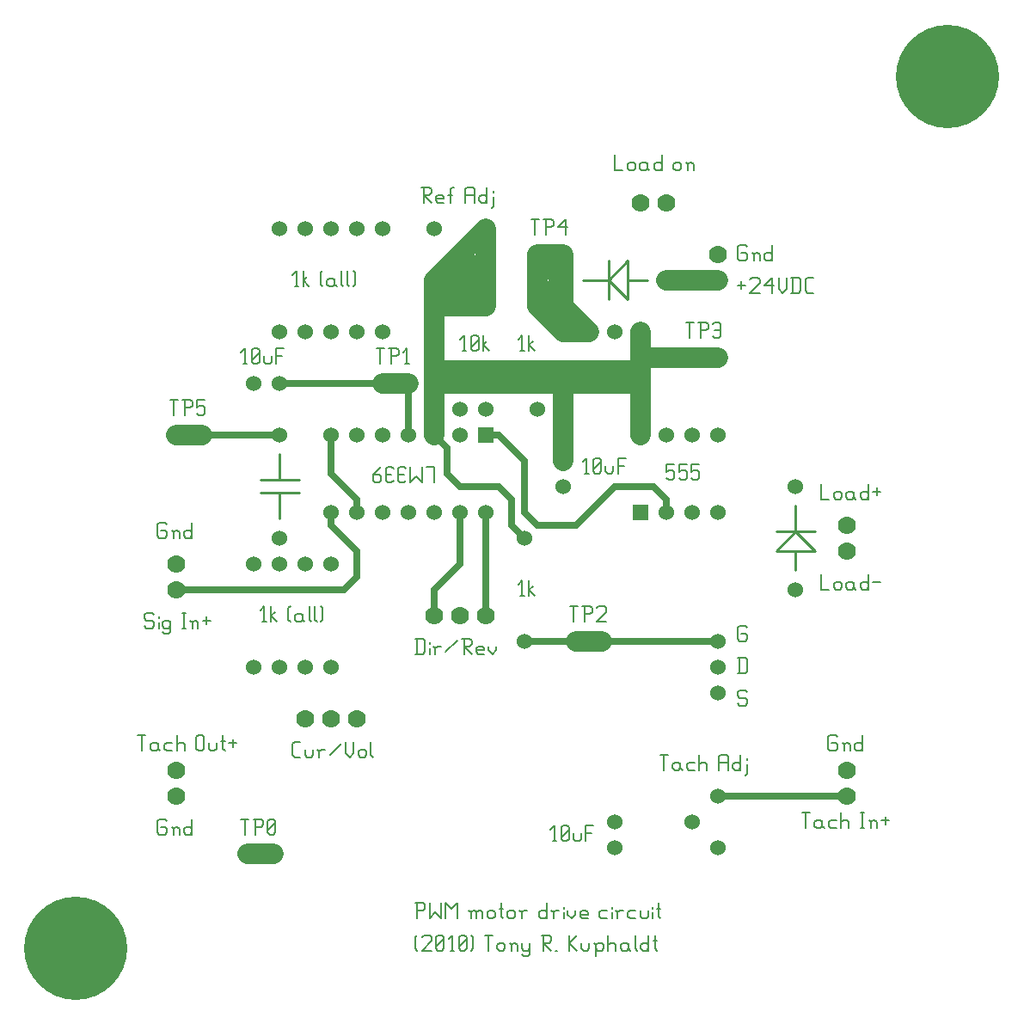
<source format=gbr>
G04 start of page 2 for group 0 idx 0
G04 Title: pwmdriver_m1_v1, component *
G04 Creator: pcb 20070208 *
G04 CreationDate: Sun Jan 10 15:43:46 2010 UTC *
G04 For: tony *
G04 Format: Gerber/RS-274X *
G04 PCB-Dimensions: 400000 400000 *
G04 PCB-Coordinate-Origin: lower left *
%MOIN*%
%FSLAX24Y24*%
%LNFRONT*%
%ADD11C,0.0250*%
%ADD12C,0.0100*%
%ADD13C,0.0080*%
%ADD14C,0.0800*%
%ADD15C,0.4000*%
%ADD16C,0.0700*%
%ADD17C,0.0600*%
%ADD18R,0.0600X0.0600*%
%ADD19C,0.2000*%
%ADD20C,0.0380*%
%ADD21C,0.0280*%
%ADD22C,0.0350*%
G54D11*X19000Y20000D02*Y16000D01*
X18000Y20000D02*Y18000D01*
X17000Y17000D01*
Y16000D01*
X11000Y25000D02*X15500D01*
X16000Y23000D02*Y25000D01*
X15000D01*
X14000Y20500D02*Y20000D01*
X7000Y17000D02*X13500D01*
X14000Y17500D01*
Y18500D01*
X13000Y19500D01*
Y20000D01*
X8000Y23000D02*X11000D01*
X13000D02*Y21500D01*
X14000Y20500D01*
G54D12*X11000Y22250D02*Y21250D01*
X10250D02*X11750D01*
X10250Y20750D02*X11750D01*
X11000D02*Y19750D01*
G54D11*X26000Y20000D02*Y20500D01*
X25500Y21000D01*
X24000D01*
X22500Y19500D01*
X20500Y15000D02*X28000D01*
X33000Y9000D02*X28000D01*
G54D12*X31000Y20250D02*Y19250D01*
Y18500D02*Y17750D01*
X30250Y18500D02*X31750D01*
X30250Y19250D02*X31750D01*
X30250Y18500D02*X31000Y19250D01*
X31750Y18500D01*
G54D11*X22500Y19500D02*X21000D01*
X20500Y20000D01*
Y22000D01*
X19500Y23000D01*
X19000D01*
G54D12*X22750Y29000D02*X23750D01*
X24500D02*X25250D01*
X23750Y29750D02*Y28250D01*
Y29000D02*X24500Y29750D01*
X23750Y29000D02*X24500Y28250D01*
Y29750D01*
G54D13*X28750Y28800D02*X29050D01*
X28900Y28950D02*Y28650D01*
X29230Y29025D02*X29305Y29100D01*
X29530D01*
X29605Y29025D01*
Y28875D01*
X29230Y28500D02*X29605Y28875D01*
X29230Y28500D02*X29605D01*
X29785Y28800D02*X30085Y29100D01*
X29785Y28800D02*X30160D01*
X30085Y29100D02*Y28500D01*
X30340Y29100D02*Y28650D01*
X30490Y28500D01*
X30640Y28650D01*
Y29100D02*Y28650D01*
X30895Y29100D02*Y28500D01*
X31120Y29100D02*X31195Y29025D01*
Y28575D01*
X31120Y28500D02*X31195Y28575D01*
X30820Y28500D02*X31120D01*
X30820Y29100D02*X31120D01*
X31450Y28500D02*X31675D01*
X31375Y28575D02*X31450Y28500D01*
X31375Y29025D02*Y28575D01*
Y29025D02*X31450Y29100D01*
X31675D01*
X29050Y30350D02*X29125Y30275D01*
X28825Y30350D02*X29050D01*
X28750Y30275D02*X28825Y30350D01*
X28750Y30275D02*Y29825D01*
X28825Y29750D01*
X29050D01*
X29125Y29825D01*
Y29975D02*Y29825D01*
X29050Y30050D02*X29125Y29975D01*
X28900Y30050D02*X29050D01*
X29380Y29975D02*Y29750D01*
Y29975D02*X29455Y30050D01*
X29530D01*
X29605Y29975D01*
Y29750D01*
X29305Y30050D02*X29380Y29975D01*
X30085Y30350D02*Y29750D01*
X30010D02*X30085Y29825D01*
X29860Y29750D02*X30010D01*
X29785Y29825D02*X29860Y29750D01*
X29785Y29975D02*Y29825D01*
Y29975D02*X29860Y30050D01*
X30010D01*
X30085Y29975D01*
X26750Y27350D02*X27050D01*
X26900D02*Y26750D01*
X27305Y27350D02*Y26750D01*
X27230Y27350D02*X27530D01*
X27605Y27275D01*
Y27125D01*
X27530Y27050D02*X27605Y27125D01*
X27305Y27050D02*X27530D01*
X27785Y27275D02*X27860Y27350D01*
X28010D01*
X28085Y27275D01*
Y26825D01*
X28010Y26750D02*X28085Y26825D01*
X27860Y26750D02*X28010D01*
X27785Y26825D02*X27860Y26750D01*
Y27050D02*X28085D01*
X16500Y32600D02*X16800D01*
X16875Y32525D01*
Y32375D01*
X16800Y32300D02*X16875Y32375D01*
X16575Y32300D02*X16800D01*
X16575Y32600D02*Y32000D01*
Y32300D02*X16875Y32000D01*
X17130D02*X17355D01*
X17055Y32075D02*X17130Y32000D01*
X17055Y32225D02*Y32075D01*
Y32225D02*X17130Y32300D01*
X17280D01*
X17355Y32225D01*
X17055Y32150D02*X17355D01*
Y32225D02*Y32150D01*
X17610Y32525D02*Y32000D01*
Y32525D02*X17685Y32600D01*
X17760D01*
X17535Y32300D02*X17685D01*
X18180Y32525D02*Y32000D01*
Y32525D02*X18255Y32600D01*
X18480D01*
X18555Y32525D01*
Y32000D01*
X18180Y32300D02*X18555D01*
X19035Y32600D02*Y32000D01*
X18960D02*X19035Y32075D01*
X18810Y32000D02*X18960D01*
X18735Y32075D02*X18810Y32000D01*
X18735Y32225D02*Y32075D01*
Y32225D02*X18810Y32300D01*
X18960D01*
X19035Y32225D01*
X19290Y32450D02*Y32375D01*
Y32225D02*Y31850D01*
X19215Y31775D02*X19290Y31850D01*
X24000Y33850D02*Y33250D01*
X24300D01*
X24480Y33475D02*Y33325D01*
Y33475D02*X24555Y33550D01*
X24705D01*
X24780Y33475D01*
Y33325D01*
X24705Y33250D02*X24780Y33325D01*
X24555Y33250D02*X24705D01*
X24480Y33325D02*X24555Y33250D01*
X25185Y33550D02*X25260Y33475D01*
X25035Y33550D02*X25185D01*
X24960Y33475D02*X25035Y33550D01*
X24960Y33475D02*Y33325D01*
X25035Y33250D01*
X25260Y33550D02*Y33325D01*
X25335Y33250D01*
X25035D02*X25185D01*
X25260Y33325D01*
X25815Y33850D02*Y33250D01*
X25740D02*X25815Y33325D01*
X25590Y33250D02*X25740D01*
X25515Y33325D02*X25590Y33250D01*
X25515Y33475D02*Y33325D01*
Y33475D02*X25590Y33550D01*
X25740D01*
X25815Y33475D01*
X26265D02*Y33325D01*
Y33475D02*X26340Y33550D01*
X26490D01*
X26565Y33475D01*
Y33325D01*
X26490Y33250D02*X26565Y33325D01*
X26340Y33250D02*X26490D01*
X26265Y33325D02*X26340Y33250D01*
X26820Y33475D02*Y33250D01*
Y33475D02*X26895Y33550D01*
X26970D01*
X27045Y33475D01*
Y33250D01*
X26745Y33550D02*X26820Y33475D01*
X20750Y31350D02*X21050D01*
X20900D02*Y30750D01*
X21305Y31350D02*Y30750D01*
X21230Y31350D02*X21530D01*
X21605Y31275D01*
Y31125D01*
X21530Y31050D02*X21605Y31125D01*
X21305Y31050D02*X21530D01*
X21785D02*X22085Y31350D01*
X21785Y31050D02*X22160D01*
X22085Y31350D02*Y30750D01*
X31250Y8350D02*X31550D01*
X31400D02*Y7750D01*
X31955Y8050D02*X32030Y7975D01*
X31805Y8050D02*X31955D01*
X31730Y7975D02*X31805Y8050D01*
X31730Y7975D02*Y7825D01*
X31805Y7750D01*
X32030Y8050D02*Y7825D01*
X32105Y7750D01*
X31805D02*X31955D01*
X32030Y7825D01*
X32360Y8050D02*X32585D01*
X32285Y7975D02*X32360Y8050D01*
X32285Y7975D02*Y7825D01*
X32360Y7750D01*
X32585D01*
X32765Y8350D02*Y7750D01*
Y7975D02*X32840Y8050D01*
X32990D01*
X33065Y7975D01*
Y7750D01*
X33515Y8350D02*X33665D01*
X33590D02*Y7750D01*
X33515D02*X33665D01*
X33920Y7975D02*Y7750D01*
Y7975D02*X33995Y8050D01*
X34070D01*
X34145Y7975D01*
Y7750D01*
X33845Y8050D02*X33920Y7975D01*
X34325Y8050D02*X34625D01*
X34475Y8200D02*Y7900D01*
X32550Y11350D02*X32625Y11275D01*
X32325Y11350D02*X32550D01*
X32250Y11275D02*X32325Y11350D01*
X32250Y11275D02*Y10825D01*
X32325Y10750D01*
X32550D01*
X32625Y10825D01*
Y10975D02*Y10825D01*
X32550Y11050D02*X32625Y10975D01*
X32400Y11050D02*X32550D01*
X32880Y10975D02*Y10750D01*
Y10975D02*X32955Y11050D01*
X33030D01*
X33105Y10975D01*
Y10750D01*
X32805Y11050D02*X32880Y10975D01*
X33585Y11350D02*Y10750D01*
X33510D02*X33585Y10825D01*
X33360Y10750D02*X33510D01*
X33285Y10825D02*X33360Y10750D01*
X33285Y10975D02*Y10825D01*
Y10975D02*X33360Y11050D01*
X33510D01*
X33585Y10975D01*
X29050Y13100D02*X29125Y13025D01*
X28825Y13100D02*X29050D01*
X28750Y13025D02*X28825Y13100D01*
X28750Y13025D02*Y12875D01*
X28825Y12800D01*
X29050D01*
X29125Y12725D01*
Y12575D01*
X29050Y12500D02*X29125Y12575D01*
X28825Y12500D02*X29050D01*
X28750Y12575D02*X28825Y12500D01*
X22250Y16350D02*X22550D01*
X22400D02*Y15750D01*
X22805Y16350D02*Y15750D01*
X22730Y16350D02*X23030D01*
X23105Y16275D01*
Y16125D01*
X23030Y16050D02*X23105Y16125D01*
X22805Y16050D02*X23030D01*
X23285Y16275D02*X23360Y16350D01*
X23585D01*
X23660Y16275D01*
Y16125D01*
X23285Y15750D02*X23660Y16125D01*
X23285Y15750D02*X23660D01*
X16250Y3075D02*X16325Y3000D01*
X16250Y3525D02*X16325Y3600D01*
X16250Y3525D02*Y3075D01*
X16505Y3525D02*X16580Y3600D01*
X16805D01*
X16880Y3525D01*
Y3375D01*
X16505Y3000D02*X16880Y3375D01*
X16505Y3000D02*X16880D01*
X17060Y3075D02*X17135Y3000D01*
X17060Y3525D02*Y3075D01*
Y3525D02*X17135Y3600D01*
X17285D01*
X17360Y3525D01*
Y3075D01*
X17285Y3000D02*X17360Y3075D01*
X17135Y3000D02*X17285D01*
X17060Y3150D02*X17360Y3450D01*
X17615Y3000D02*X17765D01*
X17690Y3600D02*Y3000D01*
X17540Y3450D02*X17690Y3600D01*
X17945Y3075D02*X18020Y3000D01*
X17945Y3525D02*Y3075D01*
Y3525D02*X18020Y3600D01*
X18170D01*
X18245Y3525D01*
Y3075D01*
X18170Y3000D02*X18245Y3075D01*
X18020Y3000D02*X18170D01*
X17945Y3150D02*X18245Y3450D01*
X18425Y3600D02*X18500Y3525D01*
Y3075D01*
X18425Y3000D02*X18500Y3075D01*
X18950Y3600D02*X19250D01*
X19100D02*Y3000D01*
X19431Y3225D02*Y3075D01*
Y3225D02*X19506Y3300D01*
X19656D01*
X19731Y3225D01*
Y3075D01*
X19656Y3000D02*X19731Y3075D01*
X19506Y3000D02*X19656D01*
X19431Y3075D02*X19506Y3000D01*
X19986Y3225D02*Y3000D01*
Y3225D02*X20061Y3300D01*
X20136D01*
X20211Y3225D01*
Y3000D01*
X19911Y3300D02*X19986Y3225D01*
X20391Y3300D02*Y3075D01*
X20466Y3000D01*
X20691Y3300D02*Y2850D01*
X20616Y2775D02*X20691Y2850D01*
X20466Y2775D02*X20616D01*
X20391Y2850D02*X20466Y2775D01*
Y3000D02*X20616D01*
X20691Y3075D01*
X21141Y3600D02*X21441D01*
X21516Y3525D01*
Y3375D01*
X21441Y3300D02*X21516Y3375D01*
X21216Y3300D02*X21441D01*
X21216Y3600D02*Y3000D01*
Y3300D02*X21516Y3000D01*
X21696D02*X21771D01*
X22221Y3600D02*Y3000D01*
Y3300D02*X22521Y3600D01*
X22221Y3300D02*X22521Y3000D01*
X22701Y3300D02*Y3075D01*
X22776Y3000D01*
X22926D01*
X23001Y3075D01*
Y3300D02*Y3075D01*
X23257Y3225D02*Y2775D01*
X23182Y3300D02*X23257Y3225D01*
X23332Y3300D01*
X23482D01*
X23557Y3225D01*
Y3075D01*
X23482Y3000D02*X23557Y3075D01*
X23332Y3000D02*X23482D01*
X23257Y3075D02*X23332Y3000D01*
X23737Y3600D02*Y3000D01*
Y3225D02*X23812Y3300D01*
X23962D01*
X24037Y3225D01*
Y3000D01*
X24442Y3300D02*X24517Y3225D01*
X24292Y3300D02*X24442D01*
X24217Y3225D02*X24292Y3300D01*
X24217Y3225D02*Y3075D01*
X24292Y3000D01*
X24517Y3300D02*Y3075D01*
X24592Y3000D01*
X24292D02*X24442D01*
X24517Y3075D01*
X24772Y3600D02*Y3075D01*
X24847Y3000D01*
X25297Y3600D02*Y3000D01*
X25222D02*X25297Y3075D01*
X25072Y3000D02*X25222D01*
X24997Y3075D02*X25072Y3000D01*
X24997Y3225D02*Y3075D01*
Y3225D02*X25072Y3300D01*
X25222D01*
X25297Y3225D01*
X25552Y3600D02*Y3075D01*
X25627Y3000D01*
X25477Y3375D02*X25627D01*
X16325Y4850D02*Y4250D01*
X16250Y4850D02*X16550D01*
X16625Y4775D01*
Y4625D01*
X16550Y4550D02*X16625Y4625D01*
X16325Y4550D02*X16550D01*
X16805Y4850D02*Y4250D01*
X17030Y4475D01*
X17255Y4250D01*
Y4850D02*Y4250D01*
X17435Y4850D02*Y4250D01*
Y4850D02*X17660Y4625D01*
X17885Y4850D01*
Y4250D01*
X18410Y4475D02*Y4250D01*
Y4475D02*X18485Y4550D01*
X18560D01*
X18635Y4475D01*
Y4250D01*
Y4475D02*X18710Y4550D01*
X18785D01*
X18860Y4475D01*
Y4250D01*
X18335Y4550D02*X18410Y4475D01*
X19040D02*Y4325D01*
Y4475D02*X19115Y4550D01*
X19265D01*
X19340Y4475D01*
Y4325D01*
X19265Y4250D02*X19340Y4325D01*
X19115Y4250D02*X19265D01*
X19040Y4325D02*X19115Y4250D01*
X19595Y4850D02*Y4325D01*
X19670Y4250D01*
X19520Y4625D02*X19670D01*
X19820Y4475D02*Y4325D01*
Y4475D02*X19895Y4550D01*
X20045D01*
X20120Y4475D01*
Y4325D01*
X20045Y4250D02*X20120Y4325D01*
X19895Y4250D02*X20045D01*
X19820Y4325D02*X19895Y4250D01*
X20376Y4475D02*Y4250D01*
Y4475D02*X20451Y4550D01*
X20601D01*
X20301D02*X20376Y4475D01*
X21351Y4850D02*Y4250D01*
X21276D02*X21351Y4325D01*
X21126Y4250D02*X21276D01*
X21051Y4325D02*X21126Y4250D01*
X21051Y4475D02*Y4325D01*
Y4475D02*X21126Y4550D01*
X21276D01*
X21351Y4475D01*
X21606D02*Y4250D01*
Y4475D02*X21681Y4550D01*
X21831D01*
X21531D02*X21606Y4475D01*
X22011Y4700D02*Y4625D01*
Y4475D02*Y4250D01*
X22161Y4550D02*Y4400D01*
X22311Y4250D01*
X22461Y4400D01*
Y4550D02*Y4400D01*
X22716Y4250D02*X22941D01*
X22641Y4325D02*X22716Y4250D01*
X22641Y4475D02*Y4325D01*
Y4475D02*X22716Y4550D01*
X22866D01*
X22941Y4475D01*
X22641Y4400D02*X22941D01*
Y4475D02*Y4400D01*
X23466Y4550D02*X23691D01*
X23391Y4475D02*X23466Y4550D01*
X23391Y4475D02*Y4325D01*
X23466Y4250D01*
X23691D01*
X23872Y4700D02*Y4625D01*
Y4475D02*Y4250D01*
X24097Y4475D02*Y4250D01*
Y4475D02*X24172Y4550D01*
X24322D01*
X24022D02*X24097Y4475D01*
X24577Y4550D02*X24802D01*
X24502Y4475D02*X24577Y4550D01*
X24502Y4475D02*Y4325D01*
X24577Y4250D01*
X24802D01*
X24982Y4550D02*Y4325D01*
X25057Y4250D01*
X25207D01*
X25282Y4325D01*
Y4550D02*Y4325D01*
X25462Y4700D02*Y4625D01*
Y4475D02*Y4250D01*
X25687Y4850D02*Y4325D01*
X25762Y4250D01*
X25612Y4625D02*X25762D01*
X21575Y7250D02*X21725D01*
X21650Y7850D02*Y7250D01*
X21500Y7700D02*X21650Y7850D01*
X21905Y7325D02*X21980Y7250D01*
X21905Y7775D02*Y7325D01*
Y7775D02*X21980Y7850D01*
X22130D01*
X22205Y7775D01*
Y7325D01*
X22130Y7250D02*X22205Y7325D01*
X21980Y7250D02*X22130D01*
X21905Y7400D02*X22205Y7700D01*
X22385Y7550D02*Y7325D01*
X22460Y7250D01*
X22610D01*
X22685Y7325D01*
Y7550D02*Y7325D01*
X22865Y7850D02*Y7250D01*
Y7850D02*X23165D01*
X22865Y7550D02*X23090D01*
X29050Y15600D02*X29125Y15525D01*
X28825Y15600D02*X29050D01*
X28750Y15525D02*X28825Y15600D01*
X28750Y15525D02*Y15075D01*
X28825Y15000D01*
X29050D01*
X29125Y15075D01*
Y15225D02*Y15075D01*
X29050Y15300D02*X29125Y15225D01*
X28900Y15300D02*X29050D01*
X28825Y14350D02*Y13750D01*
X29050Y14350D02*X29125Y14275D01*
Y13825D01*
X29050Y13750D02*X29125Y13825D01*
X28750Y13750D02*X29050D01*
X28750Y14350D02*X29050D01*
X32000Y21100D02*Y20500D01*
X32300D01*
X32480Y20725D02*Y20575D01*
Y20725D02*X32555Y20800D01*
X32705D01*
X32780Y20725D01*
Y20575D01*
X32705Y20500D02*X32780Y20575D01*
X32555Y20500D02*X32705D01*
X32480Y20575D02*X32555Y20500D01*
X33185Y20800D02*X33260Y20725D01*
X33035Y20800D02*X33185D01*
X32960Y20725D02*X33035Y20800D01*
X32960Y20725D02*Y20575D01*
X33035Y20500D01*
X33260Y20800D02*Y20575D01*
X33335Y20500D01*
X33035D02*X33185D01*
X33260Y20575D01*
X33815Y21100D02*Y20500D01*
X33740D02*X33815Y20575D01*
X33590Y20500D02*X33740D01*
X33515Y20575D02*X33590Y20500D01*
X33515Y20725D02*Y20575D01*
Y20725D02*X33590Y20800D01*
X33740D01*
X33815Y20725D01*
X33995Y20800D02*X34295D01*
X34145Y20950D02*Y20650D01*
X32000Y17600D02*Y17000D01*
X32300D01*
X32480Y17225D02*Y17075D01*
Y17225D02*X32555Y17300D01*
X32705D01*
X32780Y17225D01*
Y17075D01*
X32705Y17000D02*X32780Y17075D01*
X32555Y17000D02*X32705D01*
X32480Y17075D02*X32555Y17000D01*
X33185Y17300D02*X33260Y17225D01*
X33035Y17300D02*X33185D01*
X32960Y17225D02*X33035Y17300D01*
X32960Y17225D02*Y17075D01*
X33035Y17000D01*
X33260Y17300D02*Y17075D01*
X33335Y17000D01*
X33035D02*X33185D01*
X33260Y17075D01*
X33815Y17600D02*Y17000D01*
X33740D02*X33815Y17075D01*
X33590Y17000D02*X33740D01*
X33515Y17075D02*X33590Y17000D01*
X33515Y17225D02*Y17075D01*
Y17225D02*X33590Y17300D01*
X33740D01*
X33815Y17225D01*
X33995Y17300D02*X34295D01*
X20325Y16750D02*X20475D01*
X20400Y17350D02*Y16750D01*
X20250Y17200D02*X20400Y17350D01*
X20655D02*Y16750D01*
Y16975D02*X20880Y16750D01*
X20655Y16975D02*X20805Y17125D01*
X25750Y10600D02*X26050D01*
X25900D02*Y10000D01*
X26455Y10300D02*X26530Y10225D01*
X26305Y10300D02*X26455D01*
X26230Y10225D02*X26305Y10300D01*
X26230Y10225D02*Y10075D01*
X26305Y10000D01*
X26530Y10300D02*Y10075D01*
X26605Y10000D01*
X26305D02*X26455D01*
X26530Y10075D01*
X26860Y10300D02*X27085D01*
X26785Y10225D02*X26860Y10300D01*
X26785Y10225D02*Y10075D01*
X26860Y10000D01*
X27085D01*
X27265Y10600D02*Y10000D01*
Y10225D02*X27340Y10300D01*
X27490D01*
X27565Y10225D01*
Y10000D01*
X28015Y10525D02*Y10000D01*
Y10525D02*X28090Y10600D01*
X28315D01*
X28390Y10525D01*
Y10000D01*
X28015Y10300D02*X28390D01*
X28870Y10600D02*Y10000D01*
X28795D02*X28870Y10075D01*
X28645Y10000D02*X28795D01*
X28570Y10075D02*X28645Y10000D01*
X28570Y10225D02*Y10075D01*
Y10225D02*X28645Y10300D01*
X28795D01*
X28870Y10225D01*
X29125Y10450D02*Y10375D01*
Y10225D02*Y9850D01*
X29050Y9775D02*X29125Y9850D01*
X16325Y15100D02*Y14500D01*
X16550Y15100D02*X16625Y15025D01*
Y14575D01*
X16550Y14500D02*X16625Y14575D01*
X16250Y14500D02*X16550D01*
X16250Y15100D02*X16550D01*
X16805Y14950D02*Y14875D01*
Y14725D02*Y14500D01*
X17030Y14725D02*Y14500D01*
Y14725D02*X17105Y14800D01*
X17255D01*
X16955D02*X17030Y14725D01*
X17435Y14575D02*X17885Y15025D01*
X18065Y15100D02*X18365D01*
X18440Y15025D01*
Y14875D01*
X18365Y14800D02*X18440Y14875D01*
X18140Y14800D02*X18365D01*
X18140Y15100D02*Y14500D01*
Y14800D02*X18440Y14500D01*
X18695D02*X18920D01*
X18620Y14575D02*X18695Y14500D01*
X18620Y14725D02*Y14575D01*
Y14725D02*X18695Y14800D01*
X18845D01*
X18920Y14725D01*
X18620Y14650D02*X18920D01*
Y14725D02*Y14650D01*
X19100Y14800D02*Y14650D01*
X19250Y14500D01*
X19400Y14650D01*
Y14800D02*Y14650D01*
X10325Y15750D02*X10475D01*
X10400Y16350D02*Y15750D01*
X10250Y16200D02*X10400Y16350D01*
X10655D02*Y15750D01*
Y15975D02*X10880Y15750D01*
X10655Y15975D02*X10805Y16125D01*
X11330Y15825D02*X11405Y15750D01*
X11330Y16275D02*X11405Y16350D01*
X11330Y16275D02*Y15825D01*
X11810Y16050D02*X11885Y15975D01*
X11660Y16050D02*X11810D01*
X11585Y15975D02*X11660Y16050D01*
X11585Y15975D02*Y15825D01*
X11660Y15750D01*
X11885Y16050D02*Y15825D01*
X11960Y15750D01*
X11660D02*X11810D01*
X11885Y15825D01*
X12140Y16350D02*Y15825D01*
X12215Y15750D01*
X12365Y16350D02*Y15825D01*
X12440Y15750D01*
X12590Y16350D02*X12665Y16275D01*
Y15825D01*
X12590Y15750D02*X12665Y15825D01*
X6050Y16100D02*X6125Y16025D01*
X5825Y16100D02*X6050D01*
X5750Y16025D02*X5825Y16100D01*
X5750Y16025D02*Y15875D01*
X5825Y15800D01*
X6050D01*
X6125Y15725D01*
Y15575D01*
X6050Y15500D02*X6125Y15575D01*
X5825Y15500D02*X6050D01*
X5750Y15575D02*X5825Y15500D01*
X6305Y15950D02*Y15875D01*
Y15725D02*Y15500D01*
X6680Y15800D02*X6755Y15725D01*
X6530Y15800D02*X6680D01*
X6455Y15725D02*X6530Y15800D01*
X6455Y15725D02*Y15575D01*
X6530Y15500D01*
X6680D01*
X6755Y15575D01*
X6455Y15350D02*X6530Y15275D01*
X6680D01*
X6755Y15350D01*
Y15800D02*Y15350D01*
X7205Y16100D02*X7355D01*
X7280D02*Y15500D01*
X7205D02*X7355D01*
X7610Y15725D02*Y15500D01*
Y15725D02*X7685Y15800D01*
X7760D01*
X7835Y15725D01*
Y15500D01*
X7535Y15800D02*X7610Y15725D01*
X8015Y15800D02*X8315D01*
X8165Y15950D02*Y15650D01*
X11575Y28750D02*X11725D01*
X11650Y29350D02*Y28750D01*
X11500Y29200D02*X11650Y29350D01*
X11905D02*Y28750D01*
Y28975D02*X12130Y28750D01*
X11905Y28975D02*X12055Y29125D01*
X12580Y28825D02*X12655Y28750D01*
X12580Y29275D02*X12655Y29350D01*
X12580Y29275D02*Y28825D01*
X13060Y29050D02*X13135Y28975D01*
X12910Y29050D02*X13060D01*
X12835Y28975D02*X12910Y29050D01*
X12835Y28975D02*Y28825D01*
X12910Y28750D01*
X13135Y29050D02*Y28825D01*
X13210Y28750D01*
X12910D02*X13060D01*
X13135Y28825D01*
X13390Y29350D02*Y28825D01*
X13465Y28750D01*
X13615Y29350D02*Y28825D01*
X13690Y28750D01*
X13840Y29350D02*X13915Y29275D01*
Y28825D01*
X13840Y28750D02*X13915Y28825D01*
X6750Y24350D02*X7050D01*
X6900D02*Y23750D01*
X7305Y24350D02*Y23750D01*
X7230Y24350D02*X7530D01*
X7605Y24275D01*
Y24125D01*
X7530Y24050D02*X7605Y24125D01*
X7305Y24050D02*X7530D01*
X7785Y24350D02*X8085D01*
X7785D02*Y24050D01*
X7860Y24125D01*
X8010D01*
X8085Y24050D01*
Y23825D01*
X8010Y23750D02*X8085Y23825D01*
X7860Y23750D02*X8010D01*
X7785Y23825D02*X7860Y23750D01*
X6550Y19600D02*X6625Y19525D01*
X6325Y19600D02*X6550D01*
X6250Y19525D02*X6325Y19600D01*
X6250Y19525D02*Y19075D01*
X6325Y19000D01*
X6550D01*
X6625Y19075D01*
Y19225D02*Y19075D01*
X6550Y19300D02*X6625Y19225D01*
X6400Y19300D02*X6550D01*
X6880Y19225D02*Y19000D01*
Y19225D02*X6955Y19300D01*
X7030D01*
X7105Y19225D01*
Y19000D01*
X6805Y19300D02*X6880Y19225D01*
X7585Y19600D02*Y19000D01*
X7510D02*X7585Y19075D01*
X7360Y19000D02*X7510D01*
X7285Y19075D02*X7360Y19000D01*
X7285Y19225D02*Y19075D01*
Y19225D02*X7360Y19300D01*
X7510D01*
X7585Y19225D01*
X9575Y25750D02*X9725D01*
X9650Y26350D02*Y25750D01*
X9500Y26200D02*X9650Y26350D01*
X9905Y25825D02*X9980Y25750D01*
X9905Y26275D02*Y25825D01*
Y26275D02*X9980Y26350D01*
X10130D01*
X10205Y26275D01*
Y25825D01*
X10130Y25750D02*X10205Y25825D01*
X9980Y25750D02*X10130D01*
X9905Y25900D02*X10205Y26200D01*
X10385Y26050D02*Y25825D01*
X10460Y25750D01*
X10610D01*
X10685Y25825D01*
Y26050D02*Y25825D01*
X10865Y26350D02*Y25750D01*
Y26350D02*X11165D01*
X10865Y26050D02*X11090D01*
X17000Y21750D02*Y21150D01*
X16700Y21750D02*X17000D01*
X16519D02*Y21150D01*
X16294Y21375D01*
X16069Y21150D01*
Y21750D02*Y21150D01*
X15889Y21225D02*X15814Y21150D01*
X15664D02*X15814D01*
X15664D02*X15589Y21225D01*
Y21675D02*Y21225D01*
X15664Y21750D02*X15589Y21675D01*
X15664Y21750D02*X15814D01*
X15889Y21675D02*X15814Y21750D01*
X15589Y21450D02*X15814D01*
X15409Y21225D02*X15334Y21150D01*
X15184D02*X15334D01*
X15184D02*X15109Y21225D01*
Y21675D02*Y21225D01*
X15184Y21750D02*X15109Y21675D01*
X15184Y21750D02*X15334D01*
X15409Y21675D02*X15334Y21750D01*
X15109Y21450D02*X15334D01*
X14929Y21750D02*X14629Y21450D01*
Y21225D01*
X14704Y21150D02*X14629Y21225D01*
X14704Y21150D02*X14854D01*
X14929Y21225D02*X14854Y21150D01*
X14929Y21375D02*Y21225D01*
Y21375D02*X14854Y21450D01*
X14629D02*X14854D01*
X26000Y21850D02*X26300D01*
X26000D02*Y21550D01*
X26075Y21625D01*
X26225D01*
X26300Y21550D01*
Y21325D01*
X26225Y21250D02*X26300Y21325D01*
X26075Y21250D02*X26225D01*
X26000Y21325D02*X26075Y21250D01*
X26480Y21850D02*X26780D01*
X26480D02*Y21550D01*
X26555Y21625D01*
X26705D01*
X26780Y21550D01*
Y21325D01*
X26705Y21250D02*X26780Y21325D01*
X26555Y21250D02*X26705D01*
X26480Y21325D02*X26555Y21250D01*
X26960Y21850D02*X27260D01*
X26960D02*Y21550D01*
X27035Y21625D01*
X27185D01*
X27260Y21550D01*
Y21325D01*
X27185Y21250D02*X27260Y21325D01*
X27035Y21250D02*X27185D01*
X26960Y21325D02*X27035Y21250D01*
X22825Y21500D02*X22975D01*
X22900Y22100D02*Y21500D01*
X22750Y21950D02*X22900Y22100D01*
X23155Y21575D02*X23230Y21500D01*
X23155Y22025D02*Y21575D01*
Y22025D02*X23230Y22100D01*
X23380D01*
X23455Y22025D01*
Y21575D01*
X23380Y21500D02*X23455Y21575D01*
X23230Y21500D02*X23380D01*
X23155Y21650D02*X23455Y21950D01*
X23635Y21800D02*Y21575D01*
X23710Y21500D01*
X23860D01*
X23935Y21575D01*
Y21800D02*Y21575D01*
X24115Y22100D02*Y21500D01*
Y22100D02*X24415D01*
X24115Y21800D02*X24340D01*
X14750Y26350D02*X15050D01*
X14900D02*Y25750D01*
X15305Y26350D02*Y25750D01*
X15230Y26350D02*X15530D01*
X15605Y26275D01*
Y26125D01*
X15530Y26050D02*X15605Y26125D01*
X15305Y26050D02*X15530D01*
X15860Y25750D02*X16010D01*
X15935Y26350D02*Y25750D01*
X15785Y26200D02*X15935Y26350D01*
X18075Y26250D02*X18225D01*
X18150Y26850D02*Y26250D01*
X18000Y26700D02*X18150Y26850D01*
X18405Y26325D02*X18480Y26250D01*
X18405Y26775D02*Y26325D01*
Y26775D02*X18480Y26850D01*
X18630D01*
X18705Y26775D01*
Y26325D01*
X18630Y26250D02*X18705Y26325D01*
X18480Y26250D02*X18630D01*
X18405Y26400D02*X18705Y26700D01*
X18885Y26850D02*Y26250D01*
Y26475D02*X19110Y26250D01*
X18885Y26475D02*X19035Y26625D01*
X20325Y26250D02*X20475D01*
X20400Y26850D02*Y26250D01*
X20250Y26700D02*X20400Y26850D01*
X20655D02*Y26250D01*
Y26475D02*X20880Y26250D01*
X20655Y26475D02*X20805Y26625D01*
X11575Y10500D02*X11800D01*
X11500Y10575D02*X11575Y10500D01*
X11500Y11025D02*Y10575D01*
Y11025D02*X11575Y11100D01*
X11800D01*
X11980Y10800D02*Y10575D01*
X12055Y10500D01*
X12205D01*
X12280Y10575D01*
Y10800D02*Y10575D01*
X12535Y10725D02*Y10500D01*
Y10725D02*X12610Y10800D01*
X12760D01*
X12460D02*X12535Y10725D01*
X12940Y10575D02*X13390Y11025D01*
X13570Y11100D02*Y10650D01*
X13720Y10500D01*
X13870Y10650D01*
Y11100D02*Y10650D01*
X14050Y10725D02*Y10575D01*
Y10725D02*X14125Y10800D01*
X14275D01*
X14350Y10725D01*
Y10575D01*
X14275Y10500D02*X14350Y10575D01*
X14125Y10500D02*X14275D01*
X14050Y10575D02*X14125Y10500D01*
X14530Y11100D02*Y10575D01*
X14605Y10500D01*
X6550Y8100D02*X6625Y8025D01*
X6325Y8100D02*X6550D01*
X6250Y8025D02*X6325Y8100D01*
X6250Y8025D02*Y7575D01*
X6325Y7500D01*
X6550D01*
X6625Y7575D01*
Y7725D02*Y7575D01*
X6550Y7800D02*X6625Y7725D01*
X6400Y7800D02*X6550D01*
X6880Y7725D02*Y7500D01*
Y7725D02*X6955Y7800D01*
X7030D01*
X7105Y7725D01*
Y7500D01*
X6805Y7800D02*X6880Y7725D01*
X7585Y8100D02*Y7500D01*
X7510D02*X7585Y7575D01*
X7360Y7500D02*X7510D01*
X7285Y7575D02*X7360Y7500D01*
X7285Y7725D02*Y7575D01*
Y7725D02*X7360Y7800D01*
X7510D01*
X7585Y7725D01*
X5500Y11350D02*X5800D01*
X5650D02*Y10750D01*
X6205Y11050D02*X6280Y10975D01*
X6055Y11050D02*X6205D01*
X5980Y10975D02*X6055Y11050D01*
X5980Y10975D02*Y10825D01*
X6055Y10750D01*
X6280Y11050D02*Y10825D01*
X6355Y10750D01*
X6055D02*X6205D01*
X6280Y10825D01*
X6610Y11050D02*X6835D01*
X6535Y10975D02*X6610Y11050D01*
X6535Y10975D02*Y10825D01*
X6610Y10750D01*
X6835D01*
X7015Y11350D02*Y10750D01*
Y10975D02*X7090Y11050D01*
X7240D01*
X7315Y10975D01*
Y10750D01*
X7765Y11275D02*Y10825D01*
Y11275D02*X7840Y11350D01*
X7990D01*
X8065Y11275D01*
Y10825D01*
X7990Y10750D02*X8065Y10825D01*
X7840Y10750D02*X7990D01*
X7765Y10825D02*X7840Y10750D01*
X8245Y11050D02*Y10825D01*
X8320Y10750D01*
X8470D01*
X8545Y10825D01*
Y11050D02*Y10825D01*
X8800Y11350D02*Y10825D01*
X8875Y10750D01*
X8725Y11125D02*X8875D01*
X9026Y11050D02*X9326D01*
X9176Y11200D02*Y10900D01*
X9500Y8100D02*X9800D01*
X9650D02*Y7500D01*
X10055Y8100D02*Y7500D01*
X9980Y8100D02*X10280D01*
X10355Y8025D01*
Y7875D01*
X10280Y7800D02*X10355Y7875D01*
X10055Y7800D02*X10280D01*
X10535Y7575D02*X10610Y7500D01*
X10535Y8025D02*Y7575D01*
Y8025D02*X10610Y8100D01*
X10760D01*
X10835Y8025D01*
Y7575D01*
X10760Y7500D02*X10835Y7575D01*
X10610Y7500D02*X10760D01*
X10535Y7650D02*X10835Y7950D01*
G54D14*X17000Y25000D02*X25000D01*
Y25500D02*X17000D01*
X22000Y22000D02*Y25000D01*
X19000Y28000D02*X17000D01*
G54D11*X20000Y19500D02*X20500Y19000D01*
X20000Y19500D02*Y20500D01*
G54D14*X17000Y23000D02*Y25000D01*
G54D11*X19500Y21000D02*X20000Y20500D01*
X17000Y23000D02*X17500Y22500D01*
Y21500D01*
X18000Y21000D01*
X19500D01*
G54D14*X21000Y28000D02*X22000D01*
X21000D02*X22000Y27000D01*
X23000D01*
X22000Y28000D02*Y30000D01*
Y28000D02*X23000Y27000D01*
X25000Y23000D02*Y27000D01*
X22000Y29000D02*Y30000D01*
X18000Y29000D02*X19000Y28000D01*
X17000D02*X18000Y29000D01*
X19000Y31000D02*X17000Y29000D01*
X18000Y30000D02*X19000Y29000D01*
Y28000D01*
Y31000D01*
X28000Y29000D02*X26000D01*
X27000Y26000D02*X25000D01*
X18000Y28000D02*Y30000D01*
X17000Y23000D02*Y29000D01*
X21000Y28000D02*X22000Y29000D01*
X21000Y28000D02*Y30000D01*
X22000Y29000D01*
G54D15*X3100Y3100D03*
G54D16*X7000Y9000D03*
G54D17*X9750Y6750D03*
X10750D03*
X28000Y26000D03*
X31000Y21000D03*
Y17000D03*
G54D16*X33000Y18500D03*
Y19500D03*
G54D17*X20500Y15000D03*
Y19000D03*
G54D18*X25000Y20000D03*
G54D17*X26000D03*
X27000D03*
X28000D03*
Y15000D03*
Y14000D03*
Y13000D03*
Y23000D03*
X27000D03*
X26000D03*
X25000D03*
X21000Y30000D03*
X22000D03*
X8000Y23000D03*
X11000Y27000D03*
Y31000D03*
X10000Y25000D03*
X11000D03*
X15000D03*
Y23000D03*
X14000D03*
X13000D03*
Y20000D03*
X14000D03*
X15000D03*
Y27000D03*
Y31000D03*
X14000D03*
X13000D03*
X12000D03*
X14000Y27000D03*
X13000D03*
X12000D03*
X24000Y8000D03*
Y7000D03*
X22500Y15000D03*
X23500D03*
X17000Y20000D03*
G54D16*Y16000D03*
X18000D03*
X19000D03*
G54D17*X18000Y20000D03*
X19000D03*
X22000Y22000D03*
Y21000D03*
X7000Y23000D03*
X11000D03*
X16000Y20000D03*
X13000Y18000D03*
G54D16*X12000Y12000D03*
X13000D03*
X14000D03*
G54D17*X13000Y14000D03*
X12000D03*
G54D16*X7000Y10000D03*
G54D17*X11000Y14000D03*
X10000D03*
X11000Y19000D03*
G54D16*X7000Y17000D03*
Y18000D03*
G54D17*X12000D03*
X11000D03*
X10000D03*
G54D16*X33000Y9000D03*
Y10000D03*
G54D17*X28000Y7000D03*
Y9000D03*
X27000Y8000D03*
G54D15*X36900Y36900D03*
G54D16*X28000Y30000D03*
Y29000D03*
G54D17*X27000Y26000D03*
X21000Y24000D03*
Y28000D03*
X23000Y27000D03*
X24000D03*
X25000D03*
X16000Y25000D03*
X17000Y23000D03*
X16000D03*
X22000Y29000D03*
X26000D03*
G54D16*X25000Y32000D03*
X26000D03*
G54D17*X18000Y28000D03*
X17000Y31000D03*
X18000Y30000D03*
G54D18*X19000Y23000D03*
G54D17*X18000D03*
Y24000D03*
X19000D03*
Y28000D03*
Y31000D03*
G54D14*X7000Y23000D02*X8000D01*
X15000Y25000D02*X16000D01*
X27000Y26000D02*X28000D01*
X22500Y15000D02*X23500D01*
X21000Y30000D02*X22000D01*
X9750Y6750D02*X10750D01*
G54D19*G54D20*G54D21*G54D22*G54D20*G54D21*G54D22*G54D21*G54D20*G54D21*G54D20*G54D21*G54D20*G54D21*G54D20*G54D21*G54D20*G54D21*G54D19*G54D20*G54D21*G54D22*G54D21*G54D22*G54D20*G54D21*M02*

</source>
